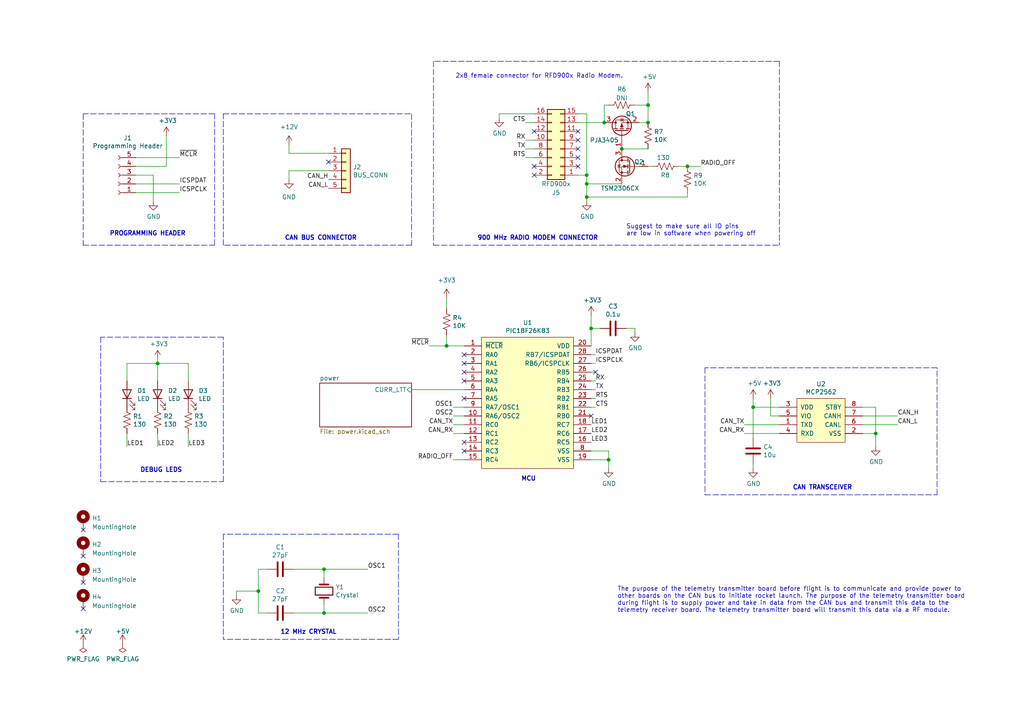
<source format=kicad_sch>
(kicad_sch (version 20211123) (generator eeschema)
  (paper "A4")
  (title_block (title "Live Telemetry Transmitter") (date "2021-10-01") (rev "2.1"))
  (lib_symbols
    (symbol "Connector:Conn_01x05_Female" (pin_names (offset 1.016) hide)
      (property "Reference" "J" (at 0 7.62 0))
      (property "Value" "Conn_01x05_Female" (at 0 -7.62 0))
      (symbol "Conn_01x05_Female_1_1"
        (arc (start 0 -4.572) (mid -0.508 -5.08) (end 0 -5.588) (stroke (width 0.1524)))
        (arc (start 0 -2.032) (mid -0.508 -2.54) (end 0 -3.048) (stroke (width 0.1524)))
        (polyline (pts (xy -1.27 -5.08) (xy -0.508 -5.08)) (stroke (width 0.1524)))
        (polyline (pts (xy -1.27 -2.54) (xy -0.508 -2.54)) (stroke (width 0.1524)))
        (polyline (pts (xy -1.27 0) (xy -0.508 0)) (stroke (width 0.1524)))
        (polyline (pts (xy -1.27 2.54) (xy -0.508 2.54)) (stroke (width 0.1524)))
        (polyline (pts (xy -1.27 5.08) (xy -0.508 5.08)) (stroke (width 0.1524)))
        (arc (start 0 0.508) (mid -0.508 0) (end 0 -0.508) (stroke (width 0.1524)))
        (arc (start 0 3.048) (mid -0.508 2.54) (end 0 2.032) (stroke (width 0.1524)))
        (arc (start 0 5.588) (mid -0.508 5.08) (end 0 4.572) (stroke (width 0.1524)))
        (pin passive line (at -5.08 5.08 0) (length 3.81) (name "Pin_1") (number "1"))
        (pin passive line (at -5.08 2.54 0) (length 3.81) (name "Pin_2") (number "2"))
        (pin passive line (at -5.08 0 0) (length 3.81) (name "Pin_3") (number "3"))
        (pin passive line (at -5.08 -2.54 0) (length 3.81) (name "Pin_4") (number "4"))
        (pin passive line (at -5.08 -5.08 0) (length 3.81) (name "Pin_5") (number "5"))
      )
    )
    (symbol "Connector_Generic:Conn_01x05" (pin_names (offset 1.016) hide)
      (property "Reference" "J" (at 0 7.62 0))
      (property "Value" "Conn_01x05" (at 0 -7.62 0))
      (symbol "Conn_01x05_1_1"
        (rectangle (start -1.27 -4.953) (end 0 -5.207) (stroke (width 0.1524)))
        (rectangle (start -1.27 -2.413) (end 0 -2.667) (stroke (width 0.1524)))
        (rectangle (start -1.27 0.127) (end 0 -0.127) (stroke (width 0.1524)))
        (rectangle (start -1.27 2.667) (end 0 2.413) (stroke (width 0.1524)))
        (rectangle (start -1.27 5.207) (end 0 4.953) (stroke (width 0.1524)))
        (rectangle (start -1.27 6.35) (end 1.27 -6.35) (stroke (width 0.254)) (fill (type background)))
        (pin passive line (at -5.08 5.08 0) (length 3.81) (name "Pin_1") (number "1"))
        (pin passive line (at -5.08 2.54 0) (length 3.81) (name "Pin_2") (number "2"))
        (pin passive line (at -5.08 0 0) (length 3.81) (name "Pin_3") (number "3"))
        (pin passive line (at -5.08 -2.54 0) (length 3.81) (name "Pin_4") (number "4"))
        (pin passive line (at -5.08 -5.08 0) (length 3.81) (name "Pin_5") (number "5"))
      )
    )
    (symbol "Connector_Generic:Conn_02x08_Odd_Even" (pin_names (offset 1.016) hide)
      (property "Reference" "J" (at 1.27 10.16 0))
      (property "Value" "Conn_02x08_Odd_Even" (at 1.27 -12.7 0))
      (symbol "Conn_02x08_Odd_Even_1_1"
        (rectangle (start -1.27 -10.033) (end 0 -10.287) (stroke (width 0.1524)))
        (rectangle (start -1.27 -7.493) (end 0 -7.747) (stroke (width 0.1524)))
        (rectangle (start -1.27 -4.953) (end 0 -5.207) (stroke (width 0.1524)))
        (rectangle (start -1.27 -2.413) (end 0 -2.667) (stroke (width 0.1524)))
        (rectangle (start -1.27 0.127) (end 0 -0.127) (stroke (width 0.1524)))
        (rectangle (start -1.27 2.667) (end 0 2.413) (stroke (width 0.1524)))
        (rectangle (start -1.27 5.207) (end 0 4.953) (stroke (width 0.1524)))
        (rectangle (start -1.27 7.747) (end 0 7.493) (stroke (width 0.1524)))
        (rectangle (start -1.27 8.89) (end 3.81 -11.43) (stroke (width 0.254)) (fill (type background)))
        (rectangle (start 3.81 -10.033) (end 2.54 -10.287) (stroke (width 0.1524)))
        (rectangle (start 3.81 -7.493) (end 2.54 -7.747) (stroke (width 0.1524)))
        (rectangle (start 3.81 -4.953) (end 2.54 -5.207) (stroke (width 0.1524)))
        (rectangle (start 3.81 -2.413) (end 2.54 -2.667) (stroke (width 0.1524)))
        (rectangle (start 3.81 0.127) (end 2.54 -0.127) (stroke (width 0.1524)))
        (rectangle (start 3.81 2.667) (end 2.54 2.413) (stroke (width 0.1524)))
        (rectangle (start 3.81 5.207) (end 2.54 4.953) (stroke (width 0.1524)))
        (rectangle (start 3.81 7.747) (end 2.54 7.493) (stroke (width 0.1524)))
        (pin passive line (at -5.08 7.62 0) (length 3.81) (name "Pin_1") (number "1"))
        (pin passive line (at 7.62 -2.54 180) (length 3.81) (name "Pin_10") (number "10"))
        (pin passive line (at -5.08 -5.08 0) (length 3.81) (name "Pin_11") (number "11"))
        (pin passive line (at 7.62 -5.08 180) (length 3.81) (name "Pin_12") (number "12"))
        (pin passive line (at -5.08 -7.62 0) (length 3.81) (name "Pin_13") (number "13"))
        (pin passive line (at 7.62 -7.62 180) (length 3.81) (name "Pin_14") (number "14"))
        (pin passive line (at -5.08 -10.16 0) (length 3.81) (name "Pin_15") (number "15"))
        (pin passive line (at 7.62 -10.16 180) (length 3.81) (name "Pin_16") (number "16"))
        (pin passive line (at 7.62 7.62 180) (length 3.81) (name "Pin_2") (number "2"))
        (pin passive line (at -5.08 5.08 0) (length 3.81) (name "Pin_3") (number "3"))
        (pin passive line (at 7.62 5.08 180) (length 3.81) (name "Pin_4") (number "4"))
        (pin passive line (at -5.08 2.54 0) (length 3.81) (name "Pin_5") (number "5"))
        (pin passive line (at 7.62 2.54 180) (length 3.81) (name "Pin_6") (number "6"))
        (pin passive line (at -5.08 0 0) (length 3.81) (name "Pin_7") (number "7"))
        (pin passive line (at 7.62 0 180) (length 3.81) (name "Pin_8") (number "8"))
        (pin passive line (at -5.08 -2.54 0) (length 3.81) (name "Pin_9") (number "9"))
      )
    )
    (symbol "Device:C" (pin_numbers hide) (pin_names (offset 0.254))
      (property "Reference" "C" (at 0.635 2.54 0))
      (property "Value" "C" (at 0.635 -2.54 0))
      (symbol "C_0_1"
        (polyline (pts (xy -2.032 -0.762) (xy 2.032 -0.762)) (stroke (width 0.508)))
        (polyline (pts (xy -2.032 0.762) (xy 2.032 0.762)) (stroke (width 0.508)))
      )
      (symbol "C_1_1"
        (pin passive line (at 0 3.81 270) (length 2.794) (name "~") (number "1"))
        (pin passive line (at 0 -3.81 90) (length 2.794) (name "~") (number "2"))
      )
    )
    (symbol "Device:Crystal" (pin_numbers hide) (pin_names (offset 1.016) hide)
      (property "Reference" "Y" (at 0 3.81 0))
      (property "Value" "Crystal" (at 0 -3.81 0))
      (symbol "Crystal_0_1"
        (rectangle (start -1.143 2.54) (end 1.143 -2.54) (stroke (width 0.3048)))
        (polyline (pts (xy -2.54 0) (xy -1.905 0)))
        (polyline (pts (xy -1.905 -1.27) (xy -1.905 1.27)) (stroke (width 0.508)))
        (polyline (pts (xy 1.905 -1.27) (xy 1.905 1.27)) (stroke (width 0.508)))
        (polyline (pts (xy 2.54 0) (xy 1.905 0)))
      )
      (symbol "Crystal_1_1"
        (pin passive line (at -3.81 0 0) (length 1.27) (name "1") (number "1"))
        (pin passive line (at 3.81 0 180) (length 1.27) (name "2") (number "2"))
      )
    )
    (symbol "Device:LED" (pin_numbers hide) (pin_names (offset 1.016) hide)
      (property "Reference" "D" (at 0 2.54 0))
      (property "Value" "LED" (at 0 -2.54 0))
      (symbol "LED_0_1"
        (polyline (pts (xy -1.27 -1.27) (xy -1.27 1.27)) (stroke (width 0.254)))
        (polyline (pts (xy -1.27 0) (xy 1.27 0)))
        (polyline (pts (xy 1.27 -1.27) (xy 1.27 1.27) (xy -1.27 0) (xy 1.27 -1.27)) (stroke (width 0.254)))
        (polyline (pts (xy -3.048 -0.762) (xy -4.572 -2.286) (xy -3.81 -2.286) (xy -4.572 -2.286) (xy -4.572 -1.524)))
        (polyline (pts (xy -1.778 -0.762) (xy -3.302 -2.286) (xy -2.54 -2.286) (xy -3.302 -2.286) (xy -3.302 -1.524)))
      )
      (symbol "LED_1_1"
        (pin passive line (at -3.81 0 0) (length 2.54) (name "K") (number "1"))
        (pin passive line (at 3.81 0 180) (length 2.54) (name "A") (number "2"))
      )
    )
    (symbol "Device:Q_NMOS_GSD" (pin_names (offset 0) hide)
      (property "Reference" "Q" (at 5.08 1.27 0))
      (property "Value" "Q_NMOS_GSD" (at 5.08 -1.27 0))
      (symbol "Q_NMOS_GSD_0_1"
        (polyline (pts (xy 0.254 0) (xy -2.54 0)))
        (polyline (pts (xy 0.254 1.905) (xy 0.254 -1.905)) (stroke (width 0.254)))
        (polyline (pts (xy 0.762 -1.27) (xy 0.762 -2.286)) (stroke (width 0.254)))
        (polyline (pts (xy 0.762 0.508) (xy 0.762 -0.508)) (stroke (width 0.254)))
        (polyline (pts (xy 0.762 2.286) (xy 0.762 1.27)) (stroke (width 0.254)))
        (polyline (pts (xy 2.54 2.54) (xy 2.54 1.778)))
        (polyline (pts (xy 2.54 -2.54) (xy 2.54 0) (xy 0.762 0)))
        (polyline (pts (xy 0.762 -1.778) (xy 3.302 -1.778) (xy 3.302 1.778) (xy 0.762 1.778)))
        (polyline (pts (xy 1.016 0) (xy 2.032 0.381) (xy 2.032 -0.381) (xy 1.016 0)) (fill (type outline)))
        (polyline (pts (xy 2.794 0.508) (xy 2.921 0.381) (xy 3.683 0.381) (xy 3.81 0.254)))
        (polyline (pts (xy 3.302 0.381) (xy 2.921 -0.254) (xy 3.683 -0.254) (xy 3.302 0.381)))
        (circle (center 1.651 0) (radius 2.794) (stroke (width 0.254)))
        (circle (center 2.54 -1.778) (radius 0.254) (fill (type outline)))
        (circle (center 2.54 1.778) (radius 0.254) (fill (type outline)))
      )
      (symbol "Q_NMOS_GSD_1_1"
        (pin input line (at -5.08 0 0) (length 2.54) (name "G") (number "1"))
        (pin passive line (at 2.54 -5.08 90) (length 2.54) (name "S") (number "2"))
        (pin passive line (at 2.54 5.08 270) (length 2.54) (name "D") (number "3"))
      )
    )
    (symbol "Device:Q_PMOS_GSD" (pin_names (offset 0) hide)
      (property "Reference" "Q" (at 5.08 1.27 0))
      (property "Value" "Q_PMOS_GSD" (at 5.08 -1.27 0))
      (symbol "Q_PMOS_GSD_0_1"
        (polyline (pts (xy 0.254 0) (xy -2.54 0)))
        (polyline (pts (xy 0.254 1.905) (xy 0.254 -1.905)) (stroke (width 0.254)))
        (polyline (pts (xy 0.762 -1.27) (xy 0.762 -2.286)) (stroke (width 0.254)))
        (polyline (pts (xy 0.762 0.508) (xy 0.762 -0.508)) (stroke (width 0.254)))
        (polyline (pts (xy 0.762 2.286) (xy 0.762 1.27)) (stroke (width 0.254)))
        (polyline (pts (xy 2.54 2.54) (xy 2.54 1.778)))
        (polyline (pts (xy 2.54 -2.54) (xy 2.54 0) (xy 0.762 0)))
        (polyline (pts (xy 0.762 1.778) (xy 3.302 1.778) (xy 3.302 -1.778) (xy 0.762 -1.778)))
        (polyline (pts (xy 2.286 0) (xy 1.27 0.381) (xy 1.27 -0.381) (xy 2.286 0)) (fill (type outline)))
        (polyline (pts (xy 2.794 -0.508) (xy 2.921 -0.381) (xy 3.683 -0.381) (xy 3.81 -0.254)))
        (polyline (pts (xy 3.302 -0.381) (xy 2.921 0.254) (xy 3.683 0.254) (xy 3.302 -0.381)))
        (circle (center 1.651 0) (radius 2.794) (stroke (width 0.254)))
        (circle (center 2.54 -1.778) (radius 0.254) (fill (type outline)))
        (circle (center 2.54 1.778) (radius 0.254) (fill (type outline)))
      )
      (symbol "Q_PMOS_GSD_1_1"
        (pin input line (at -5.08 0 0) (length 2.54) (name "G") (number "1"))
        (pin passive line (at 2.54 -5.08 90) (length 2.54) (name "S") (number "2"))
        (pin passive line (at 2.54 5.08 270) (length 2.54) (name "D") (number "3"))
      )
    )
    (symbol "Device:R_US" (pin_numbers hide) (pin_names (offset 0))
      (property "Reference" "R" (at 2.54 0 90))
      (property "Value" "R_US" (at -2.54 0 90))
      (symbol "R_US_0_1"
        (polyline (pts (xy 0 -2.286) (xy 0 -2.54)))
        (polyline (pts (xy 0 2.286) (xy 0 2.54)))
        (polyline (pts (xy 0 -0.762) (xy 1.016 -1.143) (xy 0 -1.524) (xy -1.016 -1.905) (xy 0 -2.286)))
        (polyline (pts (xy 0 0.762) (xy 1.016 0.381) (xy 0 0) (xy -1.016 -0.381) (xy 0 -0.762)))
        (polyline (pts (xy 0 2.286) (xy 1.016 1.905) (xy 0 1.524) (xy -1.016 1.143) (xy 0 0.762)))
      )
      (symbol "R_US_1_1"
        (pin passive line (at 0 3.81 270) (length 1.27) (name "~") (number "1"))
        (pin passive line (at 0 -3.81 90) (length 1.27) (name "~") (number "2"))
      )
    )
    (symbol "Mechanical:MountingHole_Pad" (pin_numbers hide) (pin_names (offset 1.016) hide)
      (property "Reference" "H" (at 0 6.35 0))
      (property "Value" "MountingHole_Pad" (at 0 4.445 0))
      (symbol "MountingHole_Pad_0_1"
        (circle (center 0 1.27) (radius 1.27) (stroke (width 1.27)))
      )
      (symbol "MountingHole_Pad_1_1"
        (pin input line (at 0 -2.54 90) (length 2.54) (name "1") (number "1"))
      )
    )
    (symbol "canhw:MCP2562" (pin_names (offset 1.016))
      (property "Reference" "U2" (at -0.635 6.731 0))
      (property "Value" "MCP2562" (at -0.635 4.4196 0))
      (symbol "MCP2562_0_1"
        (rectangle (start -7.62 2.54) (end 6.35 -10.16) (fill (type background)))
      )
      (symbol "MCP2562_1_1"
        (pin bidirectional line (at -12.7 -5.08 0) (length 5.08) (name "TXD") (number "1"))
        (pin power_in line (at 11.43 -7.62 180) (length 5.08) (name "VSS") (number "2"))
        (pin power_in line (at -12.7 0 0) (length 5.08) (name "VDD") (number "3"))
        (pin bidirectional line (at -12.7 -7.62 0) (length 5.08) (name "RXD") (number "4"))
        (pin input line (at -12.7 -2.54 0) (length 5.08) (name "VIO") (number "5"))
        (pin bidirectional line (at 11.43 -5.08 180) (length 5.08) (name "CANL") (number "6"))
        (pin bidirectional line (at 11.43 -2.54 180) (length 5.08) (name "CANH") (number "7"))
        (pin input line (at 11.43 0 180) (length 5.08) (name "STBY") (number "8"))
      )
    )
    (symbol "canhw:PIC18F26K83" (pin_names (offset 1.016))
      (property "Reference" "U" (at 11.43 20.32 0))
      (property "Value" "PIC18F26K83" (at -7.62 20.32 0))
      (symbol "PIC18F26K83_0_1"
        (rectangle (start -13.97 19.05) (end 12.7 -19.05) (fill (type background)))
      )
      (symbol "PIC18F26K83_1_1"
        (pin input line (at -19.05 16.51 0) (length 5.08) (name "~{MCLR}") (number "1"))
        (pin bidirectional line (at -19.05 -3.81 0) (length 5.08) (name "RA6/OSC2") (number "10"))
        (pin bidirectional line (at -19.05 -6.35 0) (length 5.08) (name "RC0") (number "11"))
        (pin bidirectional line (at -19.05 -8.89 0) (length 5.08) (name "RC1") (number "12"))
        (pin bidirectional line (at -19.05 -11.43 0) (length 5.08) (name "RC2") (number "13"))
        (pin bidirectional line (at -19.05 -13.97 0) (length 5.08) (name "RC3") (number "14"))
        (pin bidirectional line (at -19.05 -16.51 0) (length 5.08) (name "RC4") (number "15"))
        (pin bidirectional line (at 17.78 -11.43 180) (length 5.08) (name "RC5") (number "16"))
        (pin bidirectional line (at 17.78 -8.89 180) (length 5.08) (name "RC6") (number "17"))
        (pin bidirectional line (at 17.78 -6.35 180) (length 5.08) (name "RC7") (number "18"))
        (pin power_in line (at 17.78 -16.51 180) (length 5.08) (name "VSS") (number "19"))
        (pin bidirectional line (at -19.05 13.97 0) (length 5.08) (name "RA0") (number "2"))
        (pin power_in line (at 17.78 16.51 180) (length 5.08) (name "VDD") (number "20"))
        (pin bidirectional line (at 17.78 -3.81 180) (length 5.08) (name "RB0") (number "21"))
        (pin bidirectional line (at 17.78 -1.27 180) (length 5.08) (name "RB1") (number "22"))
        (pin bidirectional line (at 17.78 1.27 180) (length 5.08) (name "RB2") (number "23"))
        (pin bidirectional line (at 17.78 3.81 180) (length 5.08) (name "RB3") (number "24"))
        (pin bidirectional line (at 17.78 6.35 180) (length 5.08) (name "RB4") (number "25"))
        (pin bidirectional line (at 17.78 8.89 180) (length 5.08) (name "RB5") (number "26"))
        (pin bidirectional line (at 17.78 11.43 180) (length 5.08) (name "RB6/ICSPCLK") (number "27"))
        (pin bidirectional line (at 17.78 13.97 180) (length 5.08) (name "RB7/ICSPDAT") (number "28"))
        (pin bidirectional line (at -19.05 11.43 0) (length 5.08) (name "RA1") (number "3"))
        (pin bidirectional line (at -19.05 8.89 0) (length 5.08) (name "RA2") (number "4"))
        (pin bidirectional line (at -19.05 6.35 0) (length 5.08) (name "RA3") (number "5"))
        (pin bidirectional line (at -19.05 3.81 0) (length 5.08) (name "RA4") (number "6"))
        (pin bidirectional line (at -19.05 1.27 0) (length 5.08) (name "RA5") (number "7"))
        (pin power_in line (at 17.78 -13.97 180) (length 5.08) (name "VSS") (number "8"))
        (pin bidirectional line (at -19.05 -1.27 0) (length 5.08) (name "RA7/OSC1") (number "9"))
      )
    )
    (symbol "power:+12V" (power) (pin_names (offset 0))
      (property "Value" "+12V" (at 0 3.556 0))
      (symbol "+12V_0_1"
        (polyline (pts (xy -0.762 1.27) (xy 0 2.54)))
        (polyline (pts (xy 0 0) (xy 0 2.54)))
        (polyline (pts (xy 0 2.54) (xy 0.762 1.27)))
      )
      (symbol "+12V_1_1"
        (pin power_in line (at 0 0 90) (length 0) hide (name "+12V") (number "1"))
      )
    )
    (symbol "power:+3V3" (power) (pin_names (offset 0))
      (property "Value" "+3V3" (at 0 3.556 0))
      (symbol "+3V3_0_1"
        (polyline (pts (xy -0.762 1.27) (xy 0 2.54)))
        (polyline (pts (xy 0 0) (xy 0 2.54)))
        (polyline (pts (xy 0 2.54) (xy 0.762 1.27)))
      )
      (symbol "+3V3_1_1"
        (pin power_in line (at 0 0 90) (length 0) hide (name "+3V3") (number "1"))
      )
    )
    (symbol "power:+5V" (power) (pin_names (offset 0))
      (property "Value" "+5V" (at 0 3.556 0))
      (symbol "+5V_0_1"
        (polyline (pts (xy -0.762 1.27) (xy 0 2.54)))
        (polyline (pts (xy 0 0) (xy 0 2.54)))
        (polyline (pts (xy 0 2.54) (xy 0.762 1.27)))
      )
      (symbol "+5V_1_1"
        (pin power_in line (at 0 0 90) (length 0) hide (name "+5V") (number "1"))
      )
    )
    (symbol "power:GND" (power) (pin_names (offset 0))
      (property "Value" "GND" (at 0 -3.81 0))
      (symbol "GND_0_1"
        (polyline (pts (xy 0 0) (xy 0 -1.27) (xy 1.27 -1.27) (xy 0 -2.54) (xy -1.27 -1.27) (xy 0 -1.27)))
      )
      (symbol "GND_1_1"
        (pin power_in line (at 0 0 270) (length 0) hide (name "GND") (number "1"))
      )
    )
    (symbol "power:PWR_FLAG" (power) (pin_numbers hide) (pin_names (offset 0) hide)
      (property "Value" "PWR_FLAG" (at 0 3.81 0))
      (symbol "PWR_FLAG_0_0"
        (pin power_out line (at 0 0 90) (length 0) (name "pwr") (number "1"))
      )
      (symbol "PWR_FLAG_0_1"
        (polyline (pts (xy 0 0) (xy 0 1.27) (xy -1.016 1.905) (xy 0 2.54) (xy 1.016 1.905) (xy 0 1.27)))
      )
    )
  )
  (junction (at 45.72 105.41))
  (junction (at 187.96 30.48))
  (junction (at 170.18 57.15))
  (junction (at 175.26 35.56))
  (junction (at 187.96 35.56))
  (junction (at 176.53 133.35))
  (junction (at 170.18 50.8))
  (junction (at 93.98 177.8))
  (junction (at 170.18 53.34))
  (junction (at 254 125.73))
  (junction (at 74.93 171.45))
  (junction (at 218.44 118.11))
  (junction (at 171.45 95.25))
  (junction (at 180.34 43.18))
  (junction (at 93.98 165.1))
  (junction (at 129.54 100.33))
  (junction (at 199.39 48.26))
  (no_connect (at 24.13 168.91))
  (no_connect (at 134.62 110.49))
  (no_connect (at 24.13 161.29))
  (no_connect (at 134.62 128.27))
  (no_connect (at 167.64 43.18))
  (no_connect (at 154.94 48.26))
  (no_connect (at 24.13 176.53))
  (no_connect (at 167.64 40.64))
  (no_connect (at 24.13 153.67))
  (no_connect (at 154.94 38.1))
  (no_connect (at 167.64 38.1))
  (no_connect (at 134.62 115.57))
  (no_connect (at 95.25 46.99))
  (no_connect (at 172.72 107.95))
  (no_connect (at 167.64 48.26))
  (no_connect (at 171.45 120.65))
  (no_connect (at 134.62 130.81))
  (no_connect (at 134.62 107.95))
  (no_connect (at 134.62 105.41))
  (no_connect (at 134.62 102.87))
  (no_connect (at 167.64 45.72))
  (no_connect (at 154.94 50.8))
  (polyline (pts (xy 64.77 139.7) (xy 64.77 97.79)))
  (polyline (pts (xy 119.38 71.12) (xy 64.77 71.12)))
  (wire (pts (xy 223.52 115.57) (xy 223.52 120.65)))
  (wire (pts (xy 54.61 129.54) (xy 54.61 125.73)))
  (wire (pts (xy 93.98 167.64) (xy 93.98 165.1)))
  (polyline (pts (xy 64.77 33.02) (xy 119.38 33.02)))
  (wire (pts (xy 185.42 35.56) (xy 187.96 35.56)))
  (wire (pts (xy 199.39 48.26) (xy 203.2 48.26)))
  (polyline (pts (xy 115.57 154.94) (xy 115.57 185.42)))
  (wire (pts (xy 124.46 100.33) (xy 129.54 100.33)))
  (wire (pts (xy 218.44 134.62) (xy 218.44 135.89)))
  (wire (pts (xy 254 118.11) (xy 254 125.73)))
  (polyline (pts (xy 29.21 139.7) (xy 64.77 139.7)))
  (wire (pts (xy 45.72 105.41) (xy 45.72 110.49)))
  (wire (pts (xy 172.72 105.41) (xy 171.45 105.41)))
  (wire (pts (xy 52.07 53.34) (xy 39.37 53.34)))
  (wire (pts (xy 167.64 50.8) (xy 170.18 50.8)))
  (polyline (pts (xy 204.47 106.68) (xy 204.47 143.51)))
  (polyline (pts (xy 64.77 97.79) (xy 29.21 97.79)))
  (wire (pts (xy 250.19 120.65) (xy 260.35 120.65)))
  (wire (pts (xy 52.07 45.72) (xy 39.37 45.72)))
  (wire (pts (xy 218.44 115.57) (xy 218.44 118.11)))
  (wire (pts (xy 54.61 110.49) (xy 54.61 105.41)))
  (wire (pts (xy 83.82 44.45) (xy 95.25 44.45)))
  (wire (pts (xy 39.37 48.26) (xy 48.26 48.26)))
  (wire (pts (xy 218.44 118.11) (xy 218.44 127)))
  (wire (pts (xy 93.98 165.1) (xy 106.68 165.1)))
  (polyline (pts (xy 204.47 143.51) (xy 271.78 143.51)))
  (wire (pts (xy 44.45 50.8) (xy 39.37 50.8)))
  (wire (pts (xy 226.06 123.19) (xy 215.9 123.19)))
  (polyline (pts (xy 62.23 71.12) (xy 62.23 33.02)))
  (wire (pts (xy 172.72 110.49) (xy 171.45 110.49)))
  (wire (pts (xy 176.53 133.35) (xy 176.53 135.89)))
  (wire (pts (xy 129.54 97.155) (xy 129.54 100.33)))
  (wire (pts (xy 171.45 91.44) (xy 171.45 95.25)))
  (wire (pts (xy 74.93 171.45) (xy 74.93 177.8)))
  (polyline (pts (xy 125.73 17.78) (xy 125.73 71.12)))
  (wire (pts (xy 36.83 105.41) (xy 45.72 105.41)))
  (polyline (pts (xy 226.06 17.78) (xy 125.73 17.78)))
  (wire (pts (xy 187.96 48.26) (xy 189.23 48.26)))
  (wire (pts (xy 196.85 48.26) (xy 199.39 48.26)))
  (wire (pts (xy 44.45 50.8) (xy 44.45 58.42)))
  (wire (pts (xy 152.4 43.18) (xy 154.94 43.18)))
  (wire (pts (xy 173.99 95.25) (xy 171.45 95.25)))
  (wire (pts (xy 171.45 133.35) (xy 176.53 133.35)))
  (wire (pts (xy 131.445 133.35) (xy 134.62 133.35)))
  (wire (pts (xy 83.82 49.53) (xy 95.25 49.53)))
  (polyline (pts (xy 24.13 71.12) (xy 62.23 71.12)))
  (wire (pts (xy 254 125.73) (xy 254 129.54)))
  (polyline (pts (xy 226.06 17.78) (xy 226.06 71.12)))
  (wire (pts (xy 170.18 57.15) (xy 199.39 57.15)))
  (polyline (pts (xy 119.38 33.02) (xy 119.38 71.12)))
  (wire (pts (xy 74.93 165.1) (xy 74.93 171.45)))
  (wire (pts (xy 170.18 50.8) (xy 170.18 53.34)))
  (wire (pts (xy 131.445 118.11) (xy 134.62 118.11)))
  (polyline (pts (xy 29.21 97.79) (xy 29.21 139.7)))
  (polyline (pts (xy 64.77 154.94) (xy 64.77 185.42)))
  (wire (pts (xy 170.18 53.34) (xy 170.18 57.15)))
  (wire (pts (xy 171.45 100.33) (xy 171.45 95.25)))
  (wire (pts (xy 171.45 130.81) (xy 176.53 130.81)))
  (wire (pts (xy 175.26 35.56) (xy 167.64 35.56)))
  (wire (pts (xy 170.18 53.34) (xy 180.34 53.34)))
  (wire (pts (xy 176.53 130.81) (xy 176.53 133.35)))
  (wire (pts (xy 172.72 113.03) (xy 171.45 113.03)))
  (wire (pts (xy 45.72 104.14) (xy 45.72 105.41)))
  (wire (pts (xy 180.34 43.18) (xy 187.96 43.18)))
  (wire (pts (xy 172.72 118.11) (xy 171.45 118.11)))
  (wire (pts (xy 187.96 35.56) (xy 187.96 30.48)))
  (wire (pts (xy 131.445 123.19) (xy 134.62 123.19)))
  (wire (pts (xy 83.82 49.53) (xy 83.82 52.07)))
  (wire (pts (xy 152.4 45.72) (xy 154.94 45.72)))
  (wire (pts (xy 250.19 118.11) (xy 254 118.11)))
  (wire (pts (xy 175.26 30.48) (xy 175.26 35.56)))
  (wire (pts (xy 199.39 55.88) (xy 199.39 57.15)))
  (wire (pts (xy 226.06 120.65) (xy 223.52 120.65)))
  (wire (pts (xy 129.54 86.36) (xy 129.54 89.535)))
  (wire (pts (xy 184.15 30.48) (xy 187.96 30.48)))
  (polyline (pts (xy 64.77 71.12) (xy 64.77 33.02)))
  (wire (pts (xy 250.19 123.19) (xy 260.35 123.19)))
  (polyline (pts (xy 125.73 71.12) (xy 226.06 71.12)))
  (wire (pts (xy 68.58 172.72) (xy 68.58 171.45)))
  (wire (pts (xy 134.62 100.33) (xy 129.54 100.33)))
  (wire (pts (xy 144.78 33.02) (xy 154.94 33.02)))
  (wire (pts (xy 167.64 33.02) (xy 170.18 33.02)))
  (wire (pts (xy 176.53 30.48) (xy 175.26 30.48)))
  (wire (pts (xy 131.445 120.65) (xy 134.62 120.65)))
  (wire (pts (xy 172.72 115.57) (xy 171.45 115.57)))
  (polyline (pts (xy 271.78 143.51) (xy 271.78 106.68)))
  (wire (pts (xy 93.98 175.26) (xy 93.98 177.8)))
  (wire (pts (xy 77.47 165.1) (xy 74.93 165.1)))
  (wire (pts (xy 152.4 40.64) (xy 154.94 40.64)))
  (wire (pts (xy 83.82 41.91) (xy 83.82 44.45)))
  (wire (pts (xy 36.83 129.54) (xy 36.83 125.73)))
  (wire (pts (xy 172.72 107.95) (xy 171.45 107.95)))
  (wire (pts (xy 152.4 35.56) (xy 154.94 35.56)))
  (polyline (pts (xy 24.13 33.02) (xy 24.13 71.12)))
  (wire (pts (xy 144.78 34.29) (xy 144.78 33.02)))
  (wire (pts (xy 68.58 171.45) (xy 74.93 171.45)))
  (wire (pts (xy 48.26 48.26) (xy 48.26 39.37)))
  (wire (pts (xy 172.72 102.87) (xy 171.45 102.87)))
  (wire (pts (xy 215.9 125.73) (xy 226.06 125.73)))
  (wire (pts (xy 93.98 177.8) (xy 106.68 177.8)))
  (wire (pts (xy 184.15 96.52) (xy 184.15 95.25)))
  (polyline (pts (xy 115.57 185.42) (xy 64.77 185.42)))
  (wire (pts (xy 52.07 55.88) (xy 39.37 55.88)))
  (wire (pts (xy 119.38 113.03) (xy 134.62 113.03)))
  (wire (pts (xy 54.61 105.41) (xy 45.72 105.41)))
  (wire (pts (xy 93.98 165.1) (xy 85.09 165.1)))
  (wire (pts (xy 45.72 129.54) (xy 45.72 125.73)))
  (wire (pts (xy 250.19 125.73) (xy 254 125.73)))
  (polyline (pts (xy 271.78 106.68) (xy 204.47 106.68)))
  (wire (pts (xy 170.18 33.02) (xy 170.18 50.8)))
  (wire (pts (xy 77.47 177.8) (xy 74.93 177.8)))
  (wire (pts (xy 170.18 57.15) (xy 170.18 58.42)))
  (wire (pts (xy 181.61 95.25) (xy 184.15 95.25)))
  (wire (pts (xy 187.96 30.48) (xy 187.96 26.67)))
  (wire (pts (xy 36.83 110.49) (xy 36.83 105.41)))
  (wire (pts (xy 93.98 177.8) (xy 85.09 177.8)))
  (polyline (pts (xy 115.57 154.94) (xy 64.77 154.94)))
  (wire (pts (xy 131.445 125.73) (xy 134.62 125.73)))
  (polyline (pts (xy 62.23 33.02) (xy 24.13 33.02)))
  (wire (pts (xy 218.44 118.11) (xy 226.06 118.11)))
  (text "CAN BUS CONNECTOR" (at 82.55 69.85 0) (effects (font (size 1.27 1.27) (thickness 0.254) bold) (justify left bottom)))
  (text "MCU" (at 151.13 139.7 0) (effects (font (size 1.27 1.27) (thickness 0.254) bold) (justify left bottom)))
  (text "PROGRAMMING HEADER" (at 31.75 68.58 0) (effects (font (size 1.27 1.27) (thickness 0.254) bold) (justify left bottom)))
  (text "Suggest to make sure all IO pins\nare low in software when powering off" (at 181.61 68.58 0) (effects (font (size 1.27 1.27)) (justify left bottom)))
  (text "CAN TRANSCEIVER" (at 229.87 142.24 0) (effects (font (size 1.27 1.27) (thickness 0.254) bold) (justify left bottom)))
  (text "The purpose of the telemetry transmitter board before flight is to communicate and provide power to \nother boards on the CAN bus to initiate rocket launch. The purpose of the telemetry transmitter board\nduring flight is to supply power and take in data from the CAN bus and transmit this data to the \ntelemetry receiver board. The telemetry transmitter board will transmit this data via a RF module." (at 179.07 177.8 0) (effects (font (size 1.27 1.27)) (justify left bottom)))
  (text "12 MHz CRYSTAL" (at 81.28 184.15 0) (effects (font (size 1.27 1.27) (thickness 0.254) bold) (justify left bottom)))
  (text "DEBUG LEDS" (at 40.64 137.16 0) (effects (font (size 1.27 1.27) (thickness 0.254) bold) (justify left bottom)))
  (text "900 MHz RADIO MODEM CONNECTOR" (at 138.43 69.85 0) (effects (font (size 1.27 1.27) (thickness 0.254) bold) (justify left bottom)))
  (text "2x8 female connector for RFD900x Radio Modem." (at 132.08 22.86 0) (effects (font (size 1.27 1.27)) (justify left bottom)))
  (label "CAN_H" (at 260.35 120.65 0))
  (label "CAN_TX" (at 131.445 123.19 180))
  (label "LED3" (at 171.45 128.27 0))
  (label "ICSPCLK" (at 172.72 105.41 0))
  (label "RX" (at 172.72 110.49 0))
  (label "LED1" (at 36.83 129.54 0))
  (label "CAN_RX" (at 131.445 125.73 180))
  (label "CAN_H" (at 95.25 52.07 180))
  (label "LED1" (at 171.45 123.19 0))
  (label "OSC1" (at 131.445 118.11 180))
  (label "ICSPDAT" (at 172.72 102.87 0))
  (label "OSC1" (at 106.68 165.1 0))
  (label "LED3" (at 54.61 129.54 0))
  (label "OSC2" (at 131.445 120.65 180))
  (label "LED2" (at 171.45 125.73 0))
  (label "CTS" (at 172.72 118.11 0))
  (label "ICSPCLK" (at 52.07 55.88 0))
  (label "~{MCLR}" (at 52.07 45.72 0))
  (label "RTS" (at 172.72 115.57 0))
  (label "CAN_TX" (at 215.9 123.19 180))
  (label "OSC2" (at 106.68 177.8 0))
  (label "RADIO_OFF" (at 203.2 48.26 0))
  (label "TX" (at 152.4 43.18 180))
  (label "RTS" (at 152.4 45.72 180))
  (label "CAN_L" (at 95.25 54.61 180))
  (label "CTS" (at 152.4 35.56 180))
  (label "ICSPDAT" (at 52.07 53.34 0))
  (label "RX" (at 152.4 40.64 180))
  (label "CAN_L" (at 260.35 123.19 0))
  (label "TX" (at 172.72 113.03 0))
  (label "CAN_RX" (at 215.9 125.73 180))
  (label "RADIO_OFF" (at 131.445 133.35 180))
  (label "~{MCLR}" (at 124.46 100.33 180))
  (label "LED2" (at 45.72 129.54 0))
  (symbol (lib_id "canhw:PIC18F26K83") (at 153.67 116.84 0) (unit 1)
    (property "Reference" "U1" (at 153.035 93.599 0))
    (property "Value" "PIC18F26K83" (at 153.035 95.9104 0))
    (property "Footprint" "Package_SO:SOIC-28W_7.5x18.7mm_P1.27mm" (effects hide))
    (property "Datasheet" "http://ww1.microchip.com/downloads/en/DeviceDoc/40001943A.pdf" (effects hide))
  )
  (symbol (lib_id "Device:C") (at 177.8 95.25 90) (unit 1)
    (property "Reference" "C3" (at 177.8 88.8492 90))
    (property "Value" "0.1u" (at 177.8 91.1606 90))
    (property "Footprint" "Capacitor_SMD:C_0805_2012Metric_Pad1.15x1.40mm_HandSolder" (effects hide))
  )
  (symbol (lib_id "power:GND") (at 184.15 96.52 0) (unit 1)
    (property "Reference" "#PWR08" (effects hide))
    (property "Value" "GND" (at 184.277 100.9142 0))
  )
  (symbol (lib_id "Connector:Conn_01x05_Female") (at 34.29 50.8 180) (unit 1)
    (property "Reference" "J1" (at 37.0332 40.005 0))
    (property "Value" "Programming Header" (at 37.0332 42.3164 0))
    (property "Footprint" "canhw_footprints:PinHeader_5x2.54_SMD_90deg_952-3198-1-ND" (effects hide))
  )
  (symbol (lib_id "power:GND") (at 176.53 135.89 0) (unit 1)
    (property "Reference" "#PWR07" (effects hide))
    (property "Value" "GND" (at 176.657 140.2842 0))
  )
  (symbol (lib_id "power:GND") (at 44.45 58.42 0) (unit 1)
    (property "Reference" "#PWR01" (effects hide))
    (property "Value" "GND" (at 44.577 62.8142 0))
  )
  (symbol (lib_id "canhw:MCP2562") (at 238.76 118.11 0) (unit 1)
    (property "Reference" "U2" (at 238.125 111.379 0))
    (property "Value" "MCP2562" (at 238.125 113.6904 0))
    (property "Footprint" "Package_SO:SOIC-8_3.9x4.9mm_P1.27mm" (effects hide))
    (property "Datasheet" "http://hades.mech.northwestern.edu/images/5/5e/MCP2562.pdf" (effects hide))
  )
  (symbol (lib_id "power:GND") (at 254 129.54 0) (unit 1)
    (property "Reference" "#PWR012" (effects hide))
    (property "Value" "GND" (at 254.127 133.9342 0))
  )
  (symbol (lib_id "Device:C") (at 218.44 130.81 0) (unit 1)
    (property "Reference" "C4" (at 221.361 129.6416 0) (effects (justify left)))
    (property "Value" "10u" (at 221.361 131.953 0) (effects (justify left)))
    (property "Footprint" "Capacitor_SMD:C_0805_2012Metric_Pad1.15x1.40mm_HandSolder" (effects hide))
  )
  (symbol (lib_id "power:GND") (at 218.44 135.89 0) (unit 1)
    (property "Reference" "#PWR010" (effects hide))
    (property "Value" "GND" (at 218.567 140.2842 0))
  )
  (symbol (lib_id "power:+5V") (at 218.44 115.57 0) (unit 1)
    (property "Reference" "#PWR09" (effects hide))
    (property "Value" "+5V" (at 218.821 111.1758 0))
  )
  (symbol (lib_id "Device:Crystal") (at 93.98 171.45 270) (unit 1)
    (property "Reference" "Y1" (at 97.3074 170.2816 90) (effects (justify left)))
    (property "Value" "Crystal" (at 97.3074 172.593 90) (effects (justify left)))
    (property "Footprint" "Crystal:Crystal_HC49-U_Vertical" (effects hide))
  )
  (symbol (lib_id "Device:C") (at 81.28 165.1 270) (unit 1)
    (property "Reference" "C1" (at 81.28 158.6992 90))
    (property "Value" "27pF" (at 81.28 161.0106 90))
    (property "Footprint" "Capacitor_SMD:C_0805_2012Metric_Pad1.15x1.40mm_HandSolder" (effects hide))
  )
  (symbol (lib_id "Device:C") (at 81.28 177.8 270) (unit 1)
    (property "Reference" "C2" (at 81.28 171.3992 90))
    (property "Value" "27pF" (at 81.28 173.7106 90))
    (property "Footprint" "Capacitor_SMD:C_0805_2012Metric_Pad1.15x1.40mm_HandSolder" (effects hide))
  )
  (symbol (lib_id "power:GND") (at 68.58 172.72 0) (unit 1)
    (property "Reference" "#PWR02" (effects hide))
    (property "Value" "GND" (at 68.707 177.1142 0))
  )
  (symbol (lib_id "Device:R_US") (at 36.83 121.92 0) (unit 1)
    (property "Reference" "R1" (at 38.5572 120.7516 0) (effects (justify left)))
    (property "Value" "130" (at 38.5572 123.063 0) (effects (justify left)))
    (property "Footprint" "Resistor_SMD:R_0805_2012Metric_Pad1.15x1.40mm_HandSolder" (effects hide))
  )
  (symbol (lib_id "Device:R_US") (at 45.72 121.92 0) (unit 1)
    (property "Reference" "R2" (at 47.4472 120.7516 0) (effects (justify left)))
    (property "Value" "130" (at 47.4472 123.063 0) (effects (justify left)))
    (property "Footprint" "Resistor_SMD:R_0805_2012Metric_Pad1.15x1.40mm_HandSolder" (effects hide))
  )
  (symbol (lib_id "Device:R_US") (at 54.61 121.92 0) (unit 1)
    (property "Reference" "R3" (at 56.3372 120.7516 0) (effects (justify left)))
    (property "Value" "130" (at 56.3372 123.063 0) (effects (justify left)))
    (property "Footprint" "Resistor_SMD:R_0805_2012Metric_Pad1.15x1.40mm_HandSolder" (effects hide))
  )
  (symbol (lib_id "Device:LED") (at 36.83 114.3 90) (unit 1)
    (property "Reference" "D1" (at 39.8018 113.3094 90) (effects (justify right)))
    (property "Value" "LED" (at 39.8018 115.6208 90) (effects (justify right)))
    (property "Footprint" "LED_SMD:LED_1206_3216Metric_Pad1.42x1.75mm_HandSolder" (effects hide))
  )
  (symbol (lib_id "Device:LED") (at 45.72 114.3 90) (unit 1)
    (property "Reference" "D2" (at 48.6918 113.3094 90) (effects (justify right)))
    (property "Value" "LED" (at 48.6918 115.6208 90) (effects (justify right)))
    (property "Footprint" "LED_SMD:LED_1206_3216Metric_Pad1.42x1.75mm_HandSolder" (effects hide))
  )
  (symbol (lib_id "Device:LED") (at 54.61 114.3 90) (unit 1)
    (property "Reference" "D3" (at 57.5818 113.3094 90) (effects (justify right)))
    (property "Value" "LED" (at 57.5818 115.6208 90) (effects (justify right)))
    (property "Footprint" "LED_SMD:LED_1206_3216Metric_Pad1.42x1.75mm_HandSolder" (effects hide))
  )
  (symbol (lib_id "power:+3V3") (at 171.45 91.44 0) (unit 1)
    (property "Reference" "#PWR06" (effects hide))
    (property "Value" "+3V3" (at 171.831 87.0458 0))
  )
  (symbol (lib_id "power:+3V3") (at 223.52 115.57 0) (unit 1)
    (property "Reference" "#PWR011" (effects hide))
    (property "Value" "+3V3" (at 223.901 111.1758 0))
  )
  (symbol (lib_id "power:+3V3") (at 45.72 104.14 0) (unit 1)
    (property "Reference" "#PWR03" (effects hide))
    (property "Value" "+3V3" (at 46.101 99.7458 0))
  )
  (symbol (lib_id "power:+3V3") (at 48.26 39.37 0) (unit 1)
    (property "Reference" "#PWR04" (effects hide))
    (property "Value" "+3V3" (at 48.641 34.9758 0))
  )
  (symbol (lib_id "Mechanical:MountingHole_Pad") (at 24.13 158.75 0) (unit 1)
    (property "Reference" "H2" (at 26.67 157.9153 0) (effects (justify left)))
    (property "Value" "MountingHole" (at 26.67 160.4522 0) (effects (justify left)))
    (property "Footprint" "MountingHole:MountingHole_3.2mm_M3_DIN965_Pad_TopBottom" (effects hide))
  )
  (symbol (lib_id "power:+12V") (at 24.13 186.69 0) (unit 1)
    (property "Reference" "#PWR0101" (effects hide))
    (property "Value" "+12V" (at 24.13 183.1142 0))
  )
  (symbol (lib_id "Device:R_US") (at 199.39 52.07 0) (unit 1)
    (property "Reference" "R9" (at 201.1172 50.9016 0) (effects (justify left)))
    (property "Value" "10K" (at 201.1172 53.213 0) (effects (justify left)))
    (property "Footprint" "Resistor_SMD:R_0805_2012Metric_Pad1.15x1.40mm_HandSolder" (effects hide))
  )
  (symbol (lib_id "power:GND") (at 83.82 52.07 0) (unit 1)
    (property "Reference" "#PWR013" (effects hide))
    (property "Value" "GND" (at 83.82 57.15 0))
  )
  (symbol (lib_id "power:+12V") (at 83.82 41.91 0) (unit 1)
    (property "Reference" "#PWR05" (effects hide))
    (property "Value" "+12V" (at 83.82 36.83 0))
  )
  (symbol (lib_id "power:+5V") (at 35.56 186.69 0) (unit 1)
    (property "Reference" "#PWR0102" (effects hide))
    (property "Value" "+5V" (at 35.56 183.1142 0))
  )
  (symbol (lib_id "Device:Q_NMOS_GSD") (at 182.88 48.26 0) (mirror y) (unit 1)
    (property "Reference" "Q2" (at 186.69 46.99 0) (effects (justify left)))
    (property "Value" "TSM2306CX" (at 185.42 54.61 0) (effects (justify left)))
    (property "Footprint" "Package_TO_SOT_SMD:SOT-23_Handsoldering" (effects hide))
  )
  (symbol (lib_id "Device:R_US") (at 180.34 30.48 90) (unit 1)
    (property "Reference" "R6" (at 180.34 25.8912 90))
    (property "Value" "DNI" (at 180.34 28.4281 90))
    (property "Footprint" "Resistor_SMD:R_0805_2012Metric_Pad1.20x1.40mm_HandSolder" (effects hide))
  )
  (symbol (lib_id "power:+3V3") (at 129.54 86.36 0) (unit 1)
    (property "Reference" "#PWR018" (effects hide))
    (property "Value" "+3V3" (at 129.54 81.28 0))
  )
  (symbol (lib_id "power:GND") (at 144.78 34.29 0) (unit 1)
    (property "Reference" "#PWR017" (effects hide))
    (property "Value" "GND" (at 144.907 38.6842 0))
  )
  (symbol (lib_id "power:PWR_FLAG") (at 24.13 186.69 180) (unit 1)
    (property "Reference" "#FLG0101" (effects hide))
    (property "Value" "PWR_FLAG" (at 24.13 191.1334 0))
  )
  (symbol (lib_id "Device:R_US") (at 187.96 39.37 0) (unit 1)
    (property "Reference" "R7" (at 189.6872 38.2016 0) (effects (justify left)))
    (property "Value" "10K" (at 189.6872 40.513 0) (effects (justify left)))
    (property "Footprint" "Resistor_SMD:R_0805_2012Metric_Pad1.15x1.40mm_HandSolder" (effects hide))
  )
  (symbol (lib_id "Device:Q_PMOS_GSD") (at 180.34 38.1 90) (unit 1)
    (property "Reference" "Q1" (at 182.88 33.02 90))
    (property "Value" "PJA3405" (at 175.26 40.64 90))
    (property "Footprint" "Package_TO_SOT_SMD:SOT-23_Handsoldering" (effects hide))
  )
  (symbol (lib_id "power:PWR_FLAG") (at 35.56 186.69 180) (unit 1)
    (property "Reference" "#FLG0102" (effects hide))
    (property "Value" "PWR_FLAG" (at 35.56 191.1334 0))
  )
  (symbol (lib_id "Mechanical:MountingHole_Pad") (at 24.13 151.13 0) (unit 1)
    (property "Reference" "H1" (at 26.67 150.2953 0) (effects (justify left)))
    (property "Value" "MountingHole" (at 26.67 152.8322 0) (effects (justify left)))
    (property "Footprint" "MountingHole:MountingHole_3.2mm_M3_DIN965_Pad_TopBottom" (effects hide))
  )
  (symbol (lib_id "Connector_Generic:Conn_02x08_Odd_Even") (at 162.56 43.18 180) (unit 1)
    (property "Reference" "J5" (at 161.29 55.88 0))
    (property "Value" "RFD900x" (at 161.29 53.34 0))
    (property "Footprint" "Connector_PinSocket_2.54mm:PinSocket_2x08_P2.54mm_Horizontal" (effects hide))
  )
  (symbol (lib_id "Mechanical:MountingHole_Pad") (at 24.13 166.37 0) (unit 1)
    (property "Reference" "H3" (at 26.67 165.5353 0) (effects (justify left)))
    (property "Value" "MountingHole" (at 26.67 168.0722 0) (effects (justify left)))
    (property "Footprint" "MountingHole:MountingHole_3.2mm_M3_DIN965_Pad_TopBottom" (effects hide))
  )
  (symbol (lib_id "Mechanical:MountingHole_Pad") (at 24.13 173.99 0) (unit 1)
    (property "Reference" "H4" (at 26.67 173.1553 0) (effects (justify left)))
    (property "Value" "MountingHole" (at 26.67 175.6922 0) (effects (justify left)))
    (property "Footprint" "MountingHole:MountingHole_3.2mm_M3_DIN965_Pad_TopBottom" (effects hide))
  )
  (symbol (lib_id "power:+5V") (at 187.96 26.67 0) (unit 1)
    (property "Reference" "#PWR025" (effects hide))
    (property "Value" "+5V" (at 188.341 22.2758 0))
  )
  (symbol (lib_id "Device:R_US") (at 193.04 48.26 90) (unit 1)
    (property "Reference" "R8" (at 194.31 50.8 90) (effects (justify left)))
    (property "Value" "130" (at 194.31 45.72 90) (effects (justify left)))
    (property "Footprint" "Resistor_SMD:R_0805_2012Metric_Pad1.15x1.40mm_HandSolder" (effects hide))
  )
  (symbol (lib_id "Connector_Generic:Conn_01x05") (at 100.33 49.53 0) (unit 1)
    (property "Reference" "J2" (at 102.362 48.4632 0) (effects (justify left)))
    (property "Value" "BUS_CONN" (at 102.362 50.7746 0) (effects (justify left)))
    (property "Footprint" "canhw_footprints:connector_Harwin_M80-5000642" (effects hide))
  )
  (symbol (lib_id "power:GND") (at 170.18 58.42 0) (unit 1)
    (property "Reference" "#PWR023" (effects hide))
    (property "Value" "GND" (at 170.307 62.8142 0))
  )
  (symbol (lib_id "Device:R_US") (at 129.54 93.345 0) (unit 1)
    (property "Reference" "R4" (at 131.2672 92.1766 0) (effects (justify left)))
    (property "Value" "10K" (at 131.2672 94.488 0) (effects (justify left)))
    (property "Footprint" "Resistor_SMD:R_0805_2012Metric_Pad1.15x1.40mm_HandSolder" (effects hide))
  )
  (sheet (at 92.71 111.125) (size 26.67 12.7)
    (property "Sheet name" "power" (at 92.71 110.4134 0) (effects (justify left bottom)))
    (property "Sheet file" "power.kicad_sch" (at 92.71 124.4096 0) (effects (justify left top)))
    (pin "CURR_LTT" input (at 119.38 113.03 0))
  )
)
</source>
